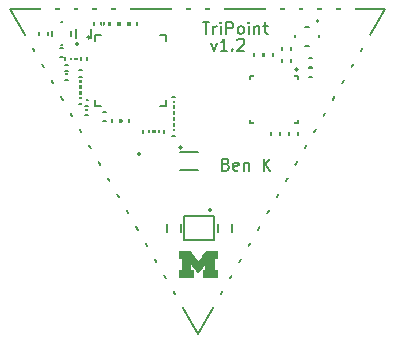
<source format=gto>
G04 #@! TF.FileFunction,Legend,Top*
%FSLAX46Y46*%
G04 Gerber Fmt 4.6, Leading zero omitted, Abs format (unit mm)*
G04 Created by KiCad (PCBNEW 0.201509030901+6151~29~ubuntu15.04.1-product) date Thu 19 Nov 2015 01:23:01 PM EST*
%MOMM*%
G01*
G04 APERTURE LIST*
%ADD10C,0.100000*%
%ADD11C,0.200000*%
%ADD12C,0.150000*%
%ADD13C,1.300000*%
%ADD14R,0.350000X0.200000*%
%ADD15R,0.700000X1.200000*%
%ADD16R,0.300000X0.350000*%
%ADD17R,0.750000X0.800000*%
%ADD18R,1.000000X1.000000*%
%ADD19R,0.254000X0.900000*%
%ADD20R,0.900000X0.254000*%
%ADD21R,0.350000X0.300000*%
%ADD22R,0.280000X0.430000*%
%ADD23R,0.430000X0.280000*%
%ADD24R,0.800000X0.300000*%
%ADD25R,0.300000X0.300000*%
%ADD26R,0.300000X0.500000*%
%ADD27R,0.500000X0.300000*%
%ADD28R,0.850000X0.600000*%
%ADD29R,0.950000X0.850000*%
%ADD30R,0.850000X0.950000*%
G04 APERTURE END LIST*
D10*
D11*
X42386429Y-28233714D02*
X42624524Y-28900381D01*
X42862620Y-28233714D01*
X43767382Y-28900381D02*
X43195953Y-28900381D01*
X43481667Y-28900381D02*
X43481667Y-27900381D01*
X43386429Y-28043238D01*
X43291191Y-28138476D01*
X43195953Y-28186095D01*
X44195953Y-28805143D02*
X44243572Y-28852762D01*
X44195953Y-28900381D01*
X44148334Y-28852762D01*
X44195953Y-28805143D01*
X44195953Y-28900381D01*
X44624524Y-27995619D02*
X44672143Y-27948000D01*
X44767381Y-27900381D01*
X45005477Y-27900381D01*
X45100715Y-27948000D01*
X45148334Y-27995619D01*
X45195953Y-28090857D01*
X45195953Y-28186095D01*
X45148334Y-28328952D01*
X44576905Y-28900381D01*
X45195953Y-28900381D01*
X43648524Y-38536571D02*
X43791381Y-38584190D01*
X43839000Y-38631810D01*
X43886619Y-38727048D01*
X43886619Y-38869905D01*
X43839000Y-38965143D01*
X43791381Y-39012762D01*
X43696143Y-39060381D01*
X43315190Y-39060381D01*
X43315190Y-38060381D01*
X43648524Y-38060381D01*
X43743762Y-38108000D01*
X43791381Y-38155619D01*
X43839000Y-38250857D01*
X43839000Y-38346095D01*
X43791381Y-38441333D01*
X43743762Y-38488952D01*
X43648524Y-38536571D01*
X43315190Y-38536571D01*
X44696143Y-39012762D02*
X44600905Y-39060381D01*
X44410428Y-39060381D01*
X44315190Y-39012762D01*
X44267571Y-38917524D01*
X44267571Y-38536571D01*
X44315190Y-38441333D01*
X44410428Y-38393714D01*
X44600905Y-38393714D01*
X44696143Y-38441333D01*
X44743762Y-38536571D01*
X44743762Y-38631810D01*
X44267571Y-38727048D01*
X45172333Y-38393714D02*
X45172333Y-39060381D01*
X45172333Y-38488952D02*
X45219952Y-38441333D01*
X45315190Y-38393714D01*
X45458048Y-38393714D01*
X45553286Y-38441333D01*
X45600905Y-38536571D01*
X45600905Y-39060381D01*
X46839000Y-39060381D02*
X46839000Y-38060381D01*
X47410429Y-39060381D02*
X46981857Y-38488952D01*
X47410429Y-38060381D02*
X46839000Y-38631810D01*
X41688095Y-26503381D02*
X42259524Y-26503381D01*
X41973809Y-27503381D02*
X41973809Y-26503381D01*
X42592857Y-27503381D02*
X42592857Y-26836714D01*
X42592857Y-27027190D02*
X42640476Y-26931952D01*
X42688095Y-26884333D01*
X42783333Y-26836714D01*
X42878572Y-26836714D01*
X43211905Y-27503381D02*
X43211905Y-26836714D01*
X43211905Y-26503381D02*
X43164286Y-26551000D01*
X43211905Y-26598619D01*
X43259524Y-26551000D01*
X43211905Y-26503381D01*
X43211905Y-26598619D01*
X43688095Y-27503381D02*
X43688095Y-26503381D01*
X44069048Y-26503381D01*
X44164286Y-26551000D01*
X44211905Y-26598619D01*
X44259524Y-26693857D01*
X44259524Y-26836714D01*
X44211905Y-26931952D01*
X44164286Y-26979571D01*
X44069048Y-27027190D01*
X43688095Y-27027190D01*
X44830952Y-27503381D02*
X44735714Y-27455762D01*
X44688095Y-27408143D01*
X44640476Y-27312905D01*
X44640476Y-27027190D01*
X44688095Y-26931952D01*
X44735714Y-26884333D01*
X44830952Y-26836714D01*
X44973810Y-26836714D01*
X45069048Y-26884333D01*
X45116667Y-26931952D01*
X45164286Y-27027190D01*
X45164286Y-27312905D01*
X45116667Y-27408143D01*
X45069048Y-27455762D01*
X44973810Y-27503381D01*
X44830952Y-27503381D01*
X45592857Y-27503381D02*
X45592857Y-26836714D01*
X45592857Y-26503381D02*
X45545238Y-26551000D01*
X45592857Y-26598619D01*
X45640476Y-26551000D01*
X45592857Y-26503381D01*
X45592857Y-26598619D01*
X46069047Y-26836714D02*
X46069047Y-27503381D01*
X46069047Y-26931952D02*
X46116666Y-26884333D01*
X46211904Y-26836714D01*
X46354762Y-26836714D01*
X46450000Y-26884333D01*
X46497619Y-26979571D01*
X46497619Y-27503381D01*
X46830952Y-26836714D02*
X47211904Y-26836714D01*
X46973809Y-26503381D02*
X46973809Y-27360524D01*
X47021428Y-27455762D01*
X47116666Y-27503381D01*
X47211904Y-27503381D01*
D12*
X25400000Y-25400000D02*
X57150000Y-25400000D01*
X57150000Y-25400000D02*
X41275000Y-52896000D01*
X41275000Y-52896000D02*
X25400000Y-25400000D01*
X39915000Y-37107000D02*
G75*
G03X39915000Y-37107000I-127000J0D01*
G01*
X41300000Y-39000000D02*
X39800000Y-39000000D01*
X39800000Y-37500000D02*
X41300000Y-37500000D01*
X31975000Y-34400000D02*
X31725000Y-34400000D01*
X31725000Y-33600000D02*
X31975000Y-33600000D01*
X32200000Y-27100000D02*
X32200000Y-27800000D01*
X31000000Y-27800000D02*
X31000000Y-27100000D01*
X32129000Y-27783000D02*
G75*
G03X32129000Y-27783000I-127000J0D01*
G01*
X33058000Y-33577000D02*
X32558000Y-33577000D01*
X32558000Y-33577000D02*
X32558000Y-33077000D01*
X38558000Y-33077000D02*
X38558000Y-33577000D01*
X38558000Y-33577000D02*
X38058000Y-33577000D01*
X38058000Y-27577000D02*
X38558000Y-27577000D01*
X38558000Y-27577000D02*
X38558000Y-28077000D01*
X32558000Y-28077000D02*
X32558000Y-27577000D01*
X32558000Y-27577000D02*
X33058000Y-27577000D01*
X39375000Y-35100000D02*
X39125000Y-35100000D01*
X39125000Y-34300000D02*
X39375000Y-34300000D01*
X33300000Y-26475000D02*
X33300000Y-26725000D01*
X32500000Y-26725000D02*
X32500000Y-26475000D01*
X39375000Y-36100000D02*
X39125000Y-36100000D01*
X39125000Y-35300000D02*
X39375000Y-35300000D01*
X37650000Y-35875000D02*
X37650000Y-35625000D01*
X38450000Y-35625000D02*
X38450000Y-35875000D01*
X35500000Y-26525000D02*
X35500000Y-26775000D01*
X34700000Y-26775000D02*
X34700000Y-26525000D01*
X37150000Y-35875000D02*
X37150000Y-35625000D01*
X37950000Y-35625000D02*
X37950000Y-35875000D01*
X39375000Y-34600000D02*
X39125000Y-34600000D01*
X39125000Y-33800000D02*
X39375000Y-33800000D01*
X48215600Y-36066000D02*
X48215600Y-35816000D01*
X49015600Y-35816000D02*
X49015600Y-36066000D01*
X47453600Y-36066000D02*
X47453600Y-35816000D01*
X48253600Y-35816000D02*
X48253600Y-36066000D01*
X48977600Y-36066000D02*
X48977600Y-35816000D01*
X49777600Y-35816000D02*
X49777600Y-36066000D01*
X33225000Y-34100000D02*
X33475000Y-34100000D01*
X33475000Y-34900000D02*
X33225000Y-34900000D01*
X39375000Y-33600000D02*
X39125000Y-33600000D01*
X39125000Y-32800000D02*
X39375000Y-32800000D01*
X34515000Y-26480000D02*
X34515000Y-26730000D01*
X33715000Y-26730000D02*
X33715000Y-26480000D01*
X31350000Y-29475000D02*
X31350000Y-29725000D01*
X30550000Y-29725000D02*
X30550000Y-29475000D01*
X46818600Y-29360400D02*
X46818600Y-29110400D01*
X47618600Y-29110400D02*
X47618600Y-29360400D01*
X46056600Y-29360400D02*
X46056600Y-29110400D01*
X46856600Y-29110400D02*
X46856600Y-29360400D01*
X39375000Y-34100000D02*
X39125000Y-34100000D01*
X39125000Y-33300000D02*
X39375000Y-33300000D01*
X31225000Y-31100000D02*
X31475000Y-31100000D01*
X31475000Y-31900000D02*
X31225000Y-31900000D01*
X39375000Y-35600000D02*
X39125000Y-35600000D01*
X39125000Y-34800000D02*
X39375000Y-34800000D01*
X31225000Y-31600000D02*
X31475000Y-31600000D01*
X31475000Y-32400000D02*
X31225000Y-32400000D01*
X44161000Y-43592000D02*
X44161000Y-44292000D01*
X42961000Y-44292000D02*
X42961000Y-43592000D01*
X36650000Y-35875000D02*
X36650000Y-35625000D01*
X37450000Y-35625000D02*
X37450000Y-35875000D01*
X36150000Y-26525000D02*
X36150000Y-26775000D01*
X35350000Y-26775000D02*
X35350000Y-26525000D01*
X49168000Y-29593000D02*
X49168000Y-29843000D01*
X48368000Y-29843000D02*
X48368000Y-29593000D01*
X48368000Y-28827000D02*
X48368000Y-28577000D01*
X49168000Y-28577000D02*
X49168000Y-28827000D01*
X33880000Y-26480000D02*
X33880000Y-26730000D01*
X33080000Y-26730000D02*
X33080000Y-26480000D01*
X30850000Y-29475000D02*
X30850000Y-29725000D01*
X30050000Y-29725000D02*
X30050000Y-29475000D01*
X31225000Y-32100000D02*
X31475000Y-32100000D01*
X31475000Y-32900000D02*
X31225000Y-32900000D01*
X30025000Y-30600000D02*
X30275000Y-30600000D01*
X30275000Y-31400000D02*
X30025000Y-31400000D01*
X29575000Y-28650000D02*
X29825000Y-28650000D01*
X29825000Y-29450000D02*
X29575000Y-29450000D01*
X38643000Y-44292000D02*
X38643000Y-43592000D01*
X39843000Y-43592000D02*
X39843000Y-44292000D01*
X30025000Y-30100000D02*
X30275000Y-30100000D01*
X30275000Y-30900000D02*
X30025000Y-30900000D01*
X31225000Y-32600000D02*
X31475000Y-32600000D01*
X31475000Y-33400000D02*
X31225000Y-33400000D01*
X27800000Y-27575000D02*
X27800000Y-27325000D01*
X28600000Y-27325000D02*
X28600000Y-27575000D01*
X50685000Y-31174000D02*
X50915000Y-31174000D01*
X50915000Y-30294000D02*
X50685000Y-30294000D01*
X50685000Y-30412000D02*
X50915000Y-30412000D01*
X50915000Y-29532000D02*
X50685000Y-29532000D01*
X31235000Y-31440000D02*
X31465000Y-31440000D01*
X31465000Y-30560000D02*
X31235000Y-30560000D01*
X31735000Y-33940000D02*
X31965000Y-33940000D01*
X31965000Y-33060000D02*
X31735000Y-33060000D01*
X31010000Y-29485000D02*
X31010000Y-29715000D01*
X31890000Y-29715000D02*
X31890000Y-29485000D01*
X36424000Y-37643000D02*
G75*
G03X36424000Y-37643000I-127000J0D01*
G01*
X49758600Y-30505400D02*
G75*
G03X49758600Y-30505400I-127000J0D01*
G01*
X49726600Y-31345400D02*
X49726600Y-31045400D01*
X49726600Y-31045400D02*
X49426600Y-31045400D01*
X49426600Y-35045400D02*
X49726600Y-35045400D01*
X49726600Y-35045400D02*
X49726600Y-34745400D01*
X45726600Y-34745400D02*
X45726600Y-35045400D01*
X45726600Y-35045400D02*
X46026600Y-35045400D01*
X46026600Y-31045400D02*
X45726600Y-31045400D01*
X45726600Y-31045400D02*
X45726600Y-31345400D01*
X42418000Y-42418000D02*
G75*
G03X42418000Y-42418000I-127000J0D01*
G01*
X42545000Y-42926000D02*
X40132000Y-42926000D01*
X40132000Y-42926000D02*
X40132000Y-44958000D01*
X40132000Y-44958000D02*
X42672000Y-44958000D01*
X42672000Y-44958000D02*
X42672000Y-42926000D01*
X42672000Y-42926000D02*
X42545000Y-42926000D01*
X51520600Y-26411400D02*
G75*
G03X51520600Y-26411400I-100000J0D01*
G01*
X49520600Y-27811400D02*
X49520600Y-27611400D01*
X51520600Y-27611400D02*
X51520600Y-27811400D01*
X50320600Y-28511400D02*
X50720600Y-28511400D01*
X50720600Y-26911400D02*
X50320600Y-26911400D01*
X31150000Y-28350000D02*
G75*
G03X31150000Y-28350000I-100000J0D01*
G01*
X29650000Y-26450000D02*
X29850000Y-26450000D01*
X29850000Y-28450000D02*
X29650000Y-28450000D01*
X28950000Y-27250000D02*
X28950000Y-27650000D01*
X30550000Y-27650000D02*
X30550000Y-27250000D01*
D10*
G36*
X42857615Y-48103693D02*
X42271461Y-48103693D01*
X41685307Y-48103693D01*
X41685307Y-47800847D01*
X41685307Y-47498000D01*
X41802538Y-47498000D01*
X41919769Y-47498000D01*
X41919769Y-47204923D01*
X41919332Y-47102930D01*
X41918128Y-47016374D01*
X41916318Y-46952010D01*
X41914061Y-46916591D01*
X41912815Y-46911847D01*
X41899327Y-46926524D01*
X41864970Y-46967840D01*
X41813037Y-47031723D01*
X41746820Y-47114099D01*
X41669613Y-47210896D01*
X41596507Y-47303110D01*
X41497920Y-47426957D01*
X41420348Y-47522268D01*
X41361339Y-47591750D01*
X41318437Y-47638110D01*
X41289188Y-47664054D01*
X41271136Y-47672289D01*
X41264271Y-47669456D01*
X41245902Y-47647318D01*
X41207233Y-47599230D01*
X41152083Y-47529992D01*
X41084268Y-47444402D01*
X41007604Y-47347258D01*
X40972465Y-47302616D01*
X40892862Y-47201648D01*
X40820159Y-47109890D01*
X40758240Y-47032209D01*
X40710991Y-46973471D01*
X40682299Y-46938545D01*
X40676655Y-46932083D01*
X40666305Y-46925987D01*
X40658941Y-46936423D01*
X40654086Y-46968163D01*
X40651261Y-47025977D01*
X40649990Y-47114637D01*
X40649769Y-47200737D01*
X40649769Y-47498000D01*
X40767000Y-47498000D01*
X40884230Y-47498000D01*
X40884230Y-47800847D01*
X40884230Y-48103693D01*
X40298077Y-48103693D01*
X39711923Y-48103693D01*
X39711923Y-47800847D01*
X39711923Y-47498000D01*
X39838923Y-47498000D01*
X39965923Y-47498000D01*
X39965923Y-46999770D01*
X39965923Y-46501539D01*
X39838923Y-46501539D01*
X39711923Y-46501539D01*
X39711923Y-46188923D01*
X39711923Y-45876308D01*
X40153468Y-45876308D01*
X40595014Y-45876308D01*
X40646814Y-45933155D01*
X40672948Y-45964694D01*
X40718321Y-46022513D01*
X40778979Y-46101444D01*
X40850970Y-46196319D01*
X40930337Y-46301969D01*
X40981923Y-46371164D01*
X41061384Y-46477033D01*
X41133843Y-46571602D01*
X41195887Y-46650577D01*
X41244106Y-46709665D01*
X41275089Y-46744573D01*
X41284769Y-46752325D01*
X41301383Y-46737274D01*
X41337665Y-46694982D01*
X41390204Y-46629743D01*
X41455588Y-46545850D01*
X41530407Y-46447596D01*
X41587615Y-46371164D01*
X41669585Y-46261404D01*
X41746649Y-46159190D01*
X41814852Y-46069690D01*
X41870241Y-45998073D01*
X41908860Y-45949506D01*
X41922723Y-45933155D01*
X41974524Y-45876308D01*
X42416069Y-45876308D01*
X42857615Y-45876308D01*
X42857615Y-46188923D01*
X42857615Y-46501539D01*
X42730615Y-46501539D01*
X42603615Y-46501539D01*
X42603615Y-46999770D01*
X42603615Y-47498000D01*
X42730615Y-47498000D01*
X42857615Y-47498000D01*
X42857615Y-47800847D01*
X42857615Y-48103693D01*
X42857615Y-48103693D01*
X42857615Y-48103693D01*
G37*
X42857615Y-48103693D02*
X42271461Y-48103693D01*
X41685307Y-48103693D01*
X41685307Y-47800847D01*
X41685307Y-47498000D01*
X41802538Y-47498000D01*
X41919769Y-47498000D01*
X41919769Y-47204923D01*
X41919332Y-47102930D01*
X41918128Y-47016374D01*
X41916318Y-46952010D01*
X41914061Y-46916591D01*
X41912815Y-46911847D01*
X41899327Y-46926524D01*
X41864970Y-46967840D01*
X41813037Y-47031723D01*
X41746820Y-47114099D01*
X41669613Y-47210896D01*
X41596507Y-47303110D01*
X41497920Y-47426957D01*
X41420348Y-47522268D01*
X41361339Y-47591750D01*
X41318437Y-47638110D01*
X41289188Y-47664054D01*
X41271136Y-47672289D01*
X41264271Y-47669456D01*
X41245902Y-47647318D01*
X41207233Y-47599230D01*
X41152083Y-47529992D01*
X41084268Y-47444402D01*
X41007604Y-47347258D01*
X40972465Y-47302616D01*
X40892862Y-47201648D01*
X40820159Y-47109890D01*
X40758240Y-47032209D01*
X40710991Y-46973471D01*
X40682299Y-46938545D01*
X40676655Y-46932083D01*
X40666305Y-46925987D01*
X40658941Y-46936423D01*
X40654086Y-46968163D01*
X40651261Y-47025977D01*
X40649990Y-47114637D01*
X40649769Y-47200737D01*
X40649769Y-47498000D01*
X40767000Y-47498000D01*
X40884230Y-47498000D01*
X40884230Y-47800847D01*
X40884230Y-48103693D01*
X40298077Y-48103693D01*
X39711923Y-48103693D01*
X39711923Y-47800847D01*
X39711923Y-47498000D01*
X39838923Y-47498000D01*
X39965923Y-47498000D01*
X39965923Y-46999770D01*
X39965923Y-46501539D01*
X39838923Y-46501539D01*
X39711923Y-46501539D01*
X39711923Y-46188923D01*
X39711923Y-45876308D01*
X40153468Y-45876308D01*
X40595014Y-45876308D01*
X40646814Y-45933155D01*
X40672948Y-45964694D01*
X40718321Y-46022513D01*
X40778979Y-46101444D01*
X40850970Y-46196319D01*
X40930337Y-46301969D01*
X40981923Y-46371164D01*
X41061384Y-46477033D01*
X41133843Y-46571602D01*
X41195887Y-46650577D01*
X41244106Y-46709665D01*
X41275089Y-46744573D01*
X41284769Y-46752325D01*
X41301383Y-46737274D01*
X41337665Y-46694982D01*
X41390204Y-46629743D01*
X41455588Y-46545850D01*
X41530407Y-46447596D01*
X41587615Y-46371164D01*
X41669585Y-46261404D01*
X41746649Y-46159190D01*
X41814852Y-46069690D01*
X41870241Y-45998073D01*
X41908860Y-45949506D01*
X41922723Y-45933155D01*
X41974524Y-45876308D01*
X42416069Y-45876308D01*
X42857615Y-45876308D01*
X42857615Y-46188923D01*
X42857615Y-46501539D01*
X42730615Y-46501539D01*
X42603615Y-46501539D01*
X42603615Y-46999770D01*
X42603615Y-47498000D01*
X42730615Y-47498000D01*
X42857615Y-47498000D01*
X42857615Y-47800847D01*
X42857615Y-48103693D01*
X42857615Y-48103693D01*
D12*
X35450000Y-34725000D02*
X35450000Y-34975000D01*
X34650000Y-34975000D02*
X34650000Y-34725000D01*
X34850000Y-34725000D02*
X34850000Y-34975000D01*
X34050000Y-34975000D02*
X34050000Y-34725000D01*
%LPC*%
D13*
X26987500Y-28149600D03*
X27781250Y-29524400D03*
X28575000Y-30899200D03*
X29368750Y-32274000D03*
X30162500Y-33648800D03*
X30956250Y-35023600D03*
X31750000Y-36398400D03*
X32543750Y-37773200D03*
X33337500Y-39148000D03*
X34131250Y-40522800D03*
X34925000Y-41897600D03*
X35718750Y-43272400D03*
X36512500Y-44647200D03*
X37306250Y-46022000D03*
X38100000Y-47396800D03*
X38893750Y-48771600D03*
X39687500Y-50146400D03*
X42862500Y-50146400D03*
X43656250Y-48771600D03*
X44450000Y-47396800D03*
X45243750Y-46022000D03*
X46037500Y-44647200D03*
X46831250Y-43272400D03*
X47625000Y-41897600D03*
X48418750Y-40522800D03*
X49212500Y-39148000D03*
X50006250Y-37773200D03*
X50800000Y-36398400D03*
X51593750Y-35023600D03*
X52387500Y-33648800D03*
X53181250Y-32274000D03*
X53975000Y-30899200D03*
X54768750Y-29524400D03*
X55562500Y-28149600D03*
X53975000Y-25400000D03*
X52387500Y-25400000D03*
X50800000Y-25400000D03*
X49212500Y-25400000D03*
X47625000Y-25400000D03*
X42862500Y-25400000D03*
X41275000Y-25400000D03*
X39687500Y-25400000D03*
X34925000Y-25400000D03*
X33337500Y-25400000D03*
X31750000Y-25400000D03*
X30162500Y-25400000D03*
X28575000Y-25400000D03*
D14*
X41275000Y-38850000D03*
X39825000Y-37650000D03*
X39825000Y-38050000D03*
X39825000Y-38450000D03*
X39825000Y-38850000D03*
X41275000Y-38450000D03*
X41275000Y-38050000D03*
X41275000Y-37650000D03*
D15*
X40550000Y-38250000D03*
D16*
X31575000Y-34000000D03*
X32125000Y-34000000D03*
D17*
X31600000Y-26700000D03*
X31600000Y-28200000D03*
D18*
X34058000Y-32077000D03*
X35058000Y-32077000D03*
X36058000Y-32077000D03*
X37058000Y-32077000D03*
X37058000Y-31077000D03*
X36058000Y-31077000D03*
X35058000Y-31077000D03*
X34058000Y-31077000D03*
X34058000Y-30077000D03*
X35058000Y-30077000D03*
X36058000Y-30077000D03*
X37058000Y-30077000D03*
X37058000Y-29077000D03*
X36058000Y-29077000D03*
X35058000Y-29077000D03*
D19*
X37758000Y-27627000D03*
D20*
X38508000Y-32777000D03*
D19*
X33358000Y-33527000D03*
D20*
X32608000Y-28377000D03*
X32608000Y-28777000D03*
X32608000Y-29177000D03*
X32608000Y-29577000D03*
X32608000Y-29977000D03*
X32608000Y-30377000D03*
X32608000Y-30777000D03*
X32608000Y-31177000D03*
X32608000Y-31577000D03*
X32608000Y-31977000D03*
X32608000Y-32377000D03*
X32608000Y-32777000D03*
D19*
X33758000Y-33527000D03*
X34158000Y-33527000D03*
X34558000Y-33527000D03*
X34958000Y-33527000D03*
X35358000Y-33527000D03*
X35758000Y-33527000D03*
X36158000Y-33527000D03*
X36558000Y-33527000D03*
X36958000Y-33527000D03*
X37358000Y-33527000D03*
X37758000Y-33527000D03*
D20*
X38508000Y-32377000D03*
X38508000Y-31977000D03*
X38508000Y-31577000D03*
X38508000Y-31177000D03*
X38508000Y-30777000D03*
X38508000Y-30377000D03*
X38508000Y-29977000D03*
X38508000Y-29577000D03*
X38508000Y-29177000D03*
X38508000Y-28777000D03*
X38508000Y-28377000D03*
D19*
X37358000Y-27627000D03*
X36958000Y-27627000D03*
X36558000Y-27627000D03*
X36158000Y-27627000D03*
X35758000Y-27627000D03*
X35358000Y-27627000D03*
X34958000Y-27627000D03*
X34558000Y-27627000D03*
X34158000Y-27627000D03*
X33758000Y-27627000D03*
X33358000Y-27627000D03*
D18*
X34058000Y-29077000D03*
D16*
X38975000Y-34700000D03*
X39525000Y-34700000D03*
D21*
X32900000Y-26875000D03*
X32900000Y-26325000D03*
D16*
X38975000Y-35700000D03*
X39525000Y-35700000D03*
D21*
X38050000Y-35475000D03*
X38050000Y-36025000D03*
X35100000Y-26925000D03*
X35100000Y-26375000D03*
X37550000Y-35475000D03*
X37550000Y-36025000D03*
D16*
X38975000Y-34200000D03*
X39525000Y-34200000D03*
D21*
X48615600Y-35666000D03*
X48615600Y-36216000D03*
X47853600Y-35666000D03*
X47853600Y-36216000D03*
X49377600Y-35666000D03*
X49377600Y-36216000D03*
D16*
X33625000Y-34500000D03*
X33075000Y-34500000D03*
X38975000Y-33200000D03*
X39525000Y-33200000D03*
D21*
X34115000Y-26880000D03*
X34115000Y-26330000D03*
X30950000Y-29875000D03*
X30950000Y-29325000D03*
X47218600Y-28960400D03*
X47218600Y-29510400D03*
X46456600Y-28960400D03*
X46456600Y-29510400D03*
D16*
X38975000Y-33700000D03*
X39525000Y-33700000D03*
X31625000Y-31500000D03*
X31075000Y-31500000D03*
X38975000Y-35200000D03*
X39525000Y-35200000D03*
X31625000Y-32000000D03*
X31075000Y-32000000D03*
D17*
X43561000Y-43192000D03*
X43561000Y-44692000D03*
D21*
X37050000Y-35475000D03*
X37050000Y-36025000D03*
X35750000Y-26925000D03*
X35750000Y-26375000D03*
X48768000Y-29993000D03*
X48768000Y-29443000D03*
X48768000Y-28427000D03*
X48768000Y-28977000D03*
X33480000Y-26880000D03*
X33480000Y-26330000D03*
X30450000Y-29875000D03*
X30450000Y-29325000D03*
D16*
X31625000Y-32500000D03*
X31075000Y-32500000D03*
X30425000Y-31000000D03*
X29875000Y-31000000D03*
X29975000Y-29050000D03*
X29425000Y-29050000D03*
D17*
X39243000Y-44692000D03*
X39243000Y-43192000D03*
D16*
X30425000Y-30500000D03*
X29875000Y-30500000D03*
X31625000Y-33000000D03*
X31075000Y-33000000D03*
D21*
X28200000Y-27175000D03*
X28200000Y-27725000D03*
D22*
X51055000Y-30734000D03*
X50545000Y-30734000D03*
X51055000Y-29972000D03*
X50545000Y-29972000D03*
X31605000Y-31000000D03*
X31095000Y-31000000D03*
X32105000Y-33500000D03*
X31595000Y-33500000D03*
D23*
X31450000Y-29855000D03*
X31450000Y-29345000D03*
D24*
X34250000Y-35850000D03*
X35550000Y-37150000D03*
X35550000Y-36500000D03*
X35550000Y-35850000D03*
X34250000Y-36500000D03*
X34250000Y-37150000D03*
D25*
X49726600Y-34545400D03*
X46226600Y-35045400D03*
X45726600Y-31545400D03*
X49226600Y-31045400D03*
D26*
X48726600Y-31145400D03*
X48226600Y-31145400D03*
X47726600Y-31145400D03*
X47226600Y-31145400D03*
X46726600Y-31145400D03*
D25*
X46226600Y-31045400D03*
D27*
X45826600Y-32045400D03*
X45826600Y-32545400D03*
X45826600Y-33045400D03*
X45826600Y-33545400D03*
X45826600Y-34045400D03*
D25*
X45726600Y-34545400D03*
D26*
X46726600Y-34945400D03*
X47226600Y-34945400D03*
X47726600Y-34945400D03*
X48226600Y-34945400D03*
X48726600Y-34945400D03*
D25*
X49226600Y-35045400D03*
D27*
X49626600Y-34045400D03*
X49626600Y-33545400D03*
X49626600Y-33045400D03*
X49626600Y-32545400D03*
X49626600Y-32045400D03*
D25*
X49726600Y-31545400D03*
D28*
X42077000Y-43392000D03*
X40727000Y-43392000D03*
X40727000Y-44492000D03*
X42077000Y-44492000D03*
D29*
X51245600Y-27136400D03*
X49795600Y-27136400D03*
X49795600Y-28286400D03*
X51245600Y-28286400D03*
D30*
X30325000Y-28175000D03*
X30325000Y-26725000D03*
X29175000Y-26725000D03*
X29175000Y-28175000D03*
D21*
X35050000Y-35125000D03*
X35050000Y-34575000D03*
X34450000Y-35125000D03*
X34450000Y-34575000D03*
M02*

</source>
